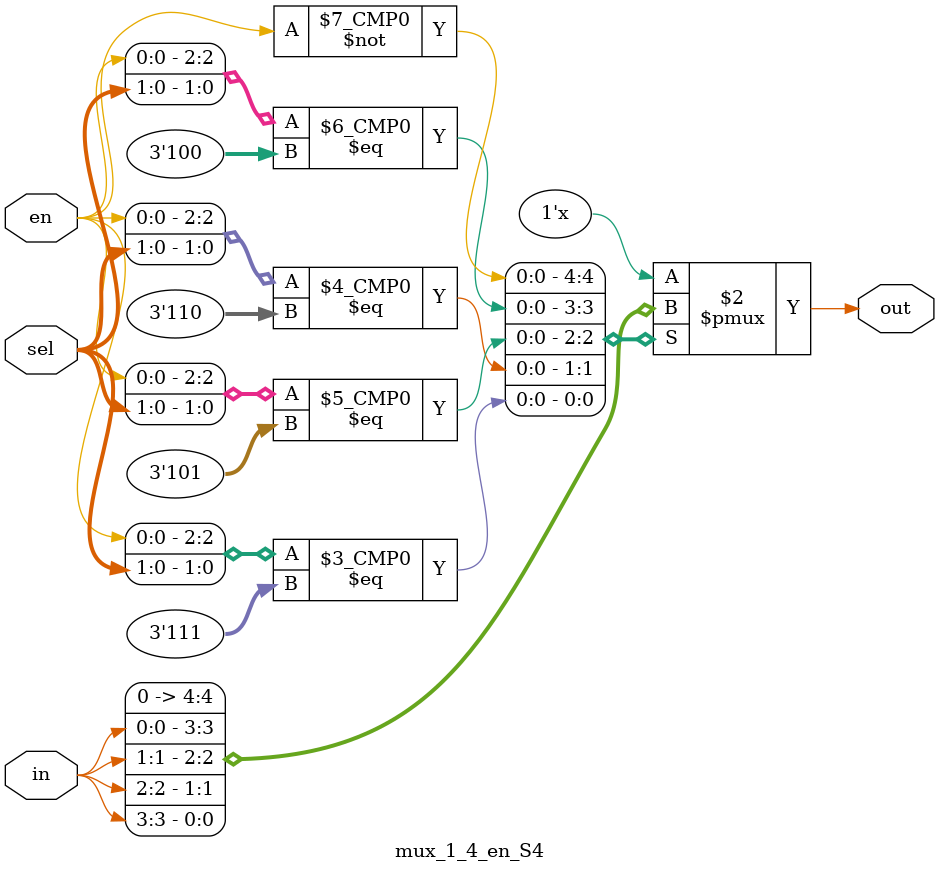
<source format=sv>
module mux_1_4_en_S4(en, sel, in, out);

  input en;
  input [1:0] sel;
  input [3:0] in;
  output reg out;

  always @(en or sel or in)
    casex({en,sel})

      3'b0_xx: out = 1'b0;

      3'b1_00: out = in[0];
      3'b1_01: out = in[1];
      3'b1_10: out = in[2];
      3'b1_11: out = in[3];

    endcase

endmodule
</source>
